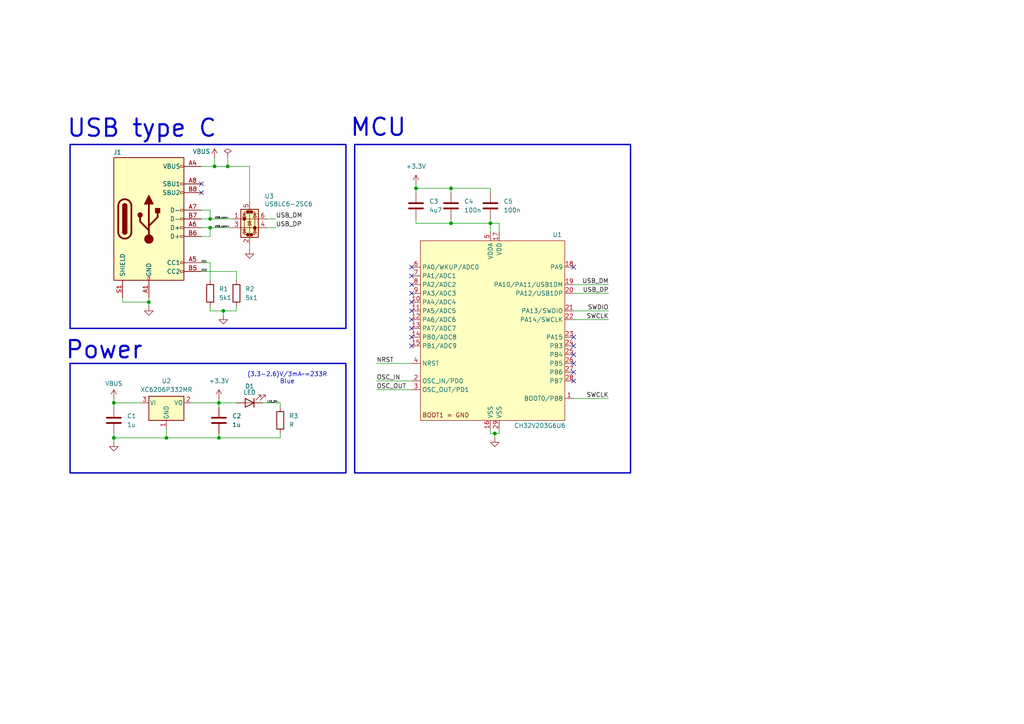
<source format=kicad_sch>
(kicad_sch (version 20231120) (generator "eeschema") (generator_version "8.0")
  (paper "A4")
  (title_block (title "CH32V203 mouse") (date "2024-10-28") (rev "0.1"))
  (lib_symbols
    (symbol "CH32V203:CH32V203G6U6"
      (property "Reference" "U" (at 17.018 26.924 0))
      (property "Value" "CH32V203G6U6" (at -13.716 23.622 0))
      (symbol "CH32V203G6U6_0_0"
        (pin bidirectional line (at 22.86 -20.32 180) (length 2.54) (name "BOOT0/PB8") (number "1"))
        (pin bidirectional line (at -24.13 7.62 0) (length 2.54) (name "PA4/ADC4") (number "10"))
        (pin bidirectional line (at -24.13 5.08 0) (length 2.54) (name "PA5/ADC5") (number "11"))
        (pin bidirectional line (at -24.13 2.54 0) (length 2.54) (name "PA6/ADC6") (number "12"))
        (pin bidirectional line (at -24.13 0 0) (length 2.54) (name "PA7/ADC7") (number "13"))
        (pin bidirectional line (at -24.13 -2.54 0) (length 2.54) (name "PB0/ADC8") (number "14"))
        (pin bidirectional line (at -24.13 -5.08 0) (length 2.54) (name "PB1/ADC9") (number "15"))
        (pin power_in line (at -1.27 -29.21 90) (length 2.54) (name "VSS") (number "16"))
        (pin power_in line (at 1.27 27.94 270) (length 2.54) (name "VDD") (number "17"))
        (pin bidirectional line (at 22.86 17.78 180) (length 2.54) (name "PA9") (number "18"))
        (pin bidirectional line (at 22.86 12.7 180) (length 2.54) (name "PA10/PA11/USB1DM") (number "19"))
        (pin bidirectional line (at -24.13 -15.24 0) (length 2.54) (name "OSC_IN/PD0") (number "2"))
        (pin bidirectional line (at 22.86 10.16 180) (length 2.54) (name "PA12/USB1DP") (number "20"))
        (pin bidirectional line (at 22.86 5.08 180) (length 2.54) (name "PA13/SWDIO") (number "21"))
        (pin bidirectional line (at 22.86 2.54 180) (length 2.54) (name "PA14/SWCLK") (number "22"))
        (pin bidirectional line (at 22.86 -2.54 180) (length 2.54) (name "PA15") (number "23"))
        (pin bidirectional line (at 22.86 -5.08 180) (length 2.54) (name "PB3") (number "24"))
        (pin bidirectional line (at 22.86 -7.62 180) (length 2.54) (name "PB4") (number "25"))
        (pin bidirectional line (at 22.86 -10.16 180) (length 2.54) (name "PB5") (number "26"))
        (pin bidirectional line (at 22.86 -12.7 180) (length 2.54) (name "PB6") (number "27"))
        (pin bidirectional line (at 22.86 -15.24 180) (length 2.54) (name "PB7") (number "28"))
        (pin power_in line (at 1.27 -29.21 90) (length 2.54) (name "VSS") (number "29"))
        (pin bidirectional line (at -24.13 -17.78 0) (length 2.54) (name "OSC_OUT/PD1") (number "3"))
        (pin bidirectional line (at -24.13 -10.16 0) (length 2.54) (name "NRST") (number "4"))
        (pin power_in line (at -1.27 27.94 270) (length 2.54) (name "VDDA") (number "5"))
        (pin bidirectional line (at -24.13 17.78 0) (length 2.54) (name "PA0/WKUP/ADC0") (number "6"))
        (pin bidirectional line (at -24.13 15.24 0) (length 2.54) (name "PA1/ADC1") (number "7"))
        (pin bidirectional line (at -24.13 12.7 0) (length 2.54) (name "PA2/ADC2") (number "8"))
        (pin bidirectional line (at -24.13 10.16 0) (length 2.54) (name "PA3/ADC3") (number "9"))
      )
      (symbol "CH32V203G6U6_1_1"
        (rectangle (start -21.59 25.4) (end 20.32 -26.67) (fill (type background)))
        (text "BOOT1 = GND\n" (at -14.224 -25.146 0) (effects (font (size 1.27 1.27))))
      )
    )
    (symbol "Device:C" (pin_numbers hide) (pin_names (offset 0.254))
      (property "Reference" "C" (at 0.635 2.54 0))
      (property "Value" "C" (at 0.635 -2.54 0))
      (symbol "C_0_1"
        (polyline (pts (xy -2.032 -0.762) (xy 2.032 -0.762)) (stroke (width 0.508)))
        (polyline (pts (xy -2.032 0.762) (xy 2.032 0.762)) (stroke (width 0.508)))
      )
      (symbol "C_1_1"
        (pin passive line (at 0 3.81 270) (length 2.794) (name "~") (number "1"))
        (pin passive line (at 0 -3.81 90) (length 2.794) (name "~") (number "2"))
      )
    )
    (symbol "Device:LED" (pin_numbers hide) (pin_names (offset 1.016) hide)
      (property "Reference" "D" (at 0 2.54 0))
      (property "Value" "LED" (at 0 -2.54 0))
      (symbol "LED_0_1"
        (polyline (pts (xy -1.27 -1.27) (xy -1.27 1.27)) (stroke (width 0.254)))
        (polyline (pts (xy -1.27 0) (xy 1.27 0)))
        (polyline (pts (xy 1.27 -1.27) (xy 1.27 1.27) (xy -1.27 0) (xy 1.27 -1.27)) (stroke (width 0.254)))
        (polyline (pts (xy -3.048 -0.762) (xy -4.572 -2.286) (xy -3.81 -2.286) (xy -4.572 -2.286) (xy -4.572 -1.524)))
        (polyline (pts (xy -1.778 -0.762) (xy -3.302 -2.286) (xy -2.54 -2.286) (xy -3.302 -2.286) (xy -3.302 -1.524)))
      )
      (symbol "LED_1_1"
        (pin passive line (at -3.81 0 0) (length 2.54) (name "K") (number "1"))
        (pin passive line (at 3.81 0 180) (length 2.54) (name "A") (number "2"))
      )
    )
    (symbol "Device:R" (pin_numbers hide) (pin_names (offset 0))
      (property "Reference" "R" (at 2.032 0 90))
      (property "Value" "R" (at 0 0 90))
      (symbol "R_0_1"
        (rectangle (start -1.016 -2.54) (end 1.016 2.54) (stroke (width 0.254)))
      )
      (symbol "R_1_1"
        (pin passive line (at 0 3.81 270) (length 1.27) (name "~") (number "1"))
        (pin passive line (at 0 -3.81 90) (length 1.27) (name "~") (number "2"))
      )
    )
    (symbol "Power_Protection:USBLC6-2SC6" (pin_names hide)
      (property "Reference" "U" (at 0.635 5.715 0))
      (property "Value" "USBLC6-2SC6" (at 0.635 3.81 0))
      (symbol "USBLC6-2SC6_0_0"
        (circle (center -1.524 0) (radius 0.0001) (stroke (width 0.508)))
        (circle (center -0.508 -4.572) (radius 0.0001) (stroke (width 0.508)))
        (circle (center -0.508 2.032) (radius 0.0001) (stroke (width 0.508)))
        (circle (center 0.508 -4.572) (radius 0.0001) (stroke (width 0.508)))
        (circle (center 0.508 2.032) (radius 0.0001) (stroke (width 0.508)))
        (circle (center 1.524 -2.54) (radius 0.0001) (stroke (width 0.508)))
      )
      (symbol "USBLC6-2SC6_0_1"
        (polyline (pts (xy -2.54 -2.54) (xy 2.54 -2.54)))
        (polyline (pts (xy -2.54 0) (xy 2.54 0)))
        (polyline (pts (xy -2.032 -3.048) (xy -1.016 -3.048)))
        (polyline (pts (xy -1.016 1.524) (xy -2.032 1.524)))
        (polyline (pts (xy 1.016 -3.048) (xy 2.032 -3.048)))
        (polyline (pts (xy 1.016 1.524) (xy 2.032 1.524)))
        (polyline (pts (xy -0.508 -1.143) (xy -0.508 -0.762) (xy 0.508 -0.762)))
        (polyline (pts (xy -2.032 0.508) (xy -1.016 0.508) (xy -1.524 1.524) (xy -2.032 0.508)))
        (polyline (pts (xy -1.016 -4.064) (xy -2.032 -4.064) (xy -1.524 -3.048) (xy -1.016 -4.064)))
        (polyline (pts (xy 0.508 -1.778) (xy -0.508 -1.778) (xy 0 -0.762) (xy 0.508 -1.778)))
        (polyline (pts (xy 2.032 -4.064) (xy 1.016 -4.064) (xy 1.524 -3.048) (xy 2.032 -4.064)))
        (polyline (pts (xy 2.032 0.508) (xy 1.016 0.508) (xy 1.524 1.524) (xy 2.032 0.508)))
        (polyline (pts (xy 0 2.54) (xy -0.508 2.032) (xy 0.508 2.032) (xy 0 1.524) (xy 0 -4.064) (xy -0.508 -4.572) (xy 0.508 -4.572) (xy 0 -5.08)))
      )
      (symbol "USBLC6-2SC6_1_1"
        (rectangle (start -2.54 2.794) (end 2.54 -5.334) (stroke (width 0.254)) (fill (type background)))
        (polyline (pts (xy -0.508 2.032) (xy -1.524 2.032) (xy -1.524 -4.572) (xy -0.508 -4.572)))
        (polyline (pts (xy 0.508 -4.572) (xy 1.524 -4.572) (xy 1.524 2.032) (xy 0.508 2.032)))
        (pin passive line (at -5.08 0 0) (length 2.54) (name "I/O1") (number "1"))
        (pin passive line (at 0 -7.62 90) (length 2.54) (name "GND") (number "2"))
        (pin passive line (at -5.08 -2.54 0) (length 2.54) (name "I/O2") (number "3"))
        (pin passive line (at 5.08 -2.54 180) (length 2.54) (name "I/O2") (number "4"))
        (pin passive line (at 0 5.08 270) (length 2.54) (name "VBUS") (number "5"))
        (pin passive line (at 5.08 0 180) (length 2.54) (name "I/O1") (number "6"))
      )
    )
    (symbol "Regulator_Linear:XC6206PxxxMR" (pin_names (offset 0.254))
      (property "Reference" "U" (at -3.81 3.175 0))
      (property "Value" "XC6206PxxxMR" (at 0 3.175 0))
      (symbol "XC6206PxxxMR_0_1"
        (rectangle (start -5.08 1.905) (end 5.08 -5.08) (stroke (width 0.254)) (fill (type background)))
      )
      (symbol "XC6206PxxxMR_1_1"
        (pin power_in line (at 0 -7.62 90) (length 2.54) (name "GND") (number "1"))
        (pin power_out line (at 7.62 0 180) (length 2.54) (name "VO") (number "2"))
        (pin power_in line (at -7.62 0 0) (length 2.54) (name "VI") (number "3"))
      )
    )
    (symbol "USB_C:USB_C_Receptacle_USB2.0_16P_updated" (pin_names (offset 1.016))
      (property "Reference" "J" (at 0 22.225 0))
      (property "Value" "USB_C_Receptacle_USB2.0_16P_updated" (at 0 19.685 0))
      (symbol "USB_C_Receptacle_USB2.0_16P_updated_0_0"
        (rectangle (start -0.254 -17.78) (end 0.254 -16.764))
        (rectangle (start 10.16 -14.986) (end 9.144 -15.494))
        (rectangle (start 10.16 -12.446) (end 9.144 -12.954))
        (rectangle (start 10.16 -4.826) (end 9.144 -5.334))
        (rectangle (start 10.16 -2.286) (end 9.144 -2.794))
        (rectangle (start 10.16 0.254) (end 9.144 -0.254))
        (rectangle (start 10.16 2.794) (end 9.144 2.286))
        (rectangle (start 10.16 7.874) (end 9.144 7.366))
        (rectangle (start 10.16 10.414) (end 9.144 9.906))
        (rectangle (start 10.16 15.494) (end 9.144 14.986))
      )
      (symbol "USB_C_Receptacle_USB2.0_16P_updated_0_1"
        (rectangle (start -10.16 17.78) (end 10.16 -17.78) (stroke (width 0.254)) (fill (type background)))
        (arc (start -8.89 -3.81) (mid -6.985 -5.7067) (end -5.08 -3.81) (stroke (width 0.508)))
        (arc (start -7.62 -3.81) (mid -6.985 -4.4423) (end -6.35 -3.81) (stroke (width 0.254)))
        (arc (start -7.62 -3.81) (mid -6.985 -4.4423) (end -6.35 -3.81) (stroke (width 0.254)) (fill (type outline)))
        (rectangle (start -7.62 -3.81) (end -6.35 3.81) (stroke (width 0.254)) (fill (type outline)))
        (arc (start -6.35 3.81) (mid -6.985 4.4423) (end -7.62 3.81) (stroke (width 0.254)))
        (arc (start -6.35 3.81) (mid -6.985 4.4423) (end -7.62 3.81) (stroke (width 0.254)) (fill (type outline)))
        (arc (start -5.08 3.81) (mid -6.985 5.7067) (end -8.89 3.81) (stroke (width 0.508)))
        (circle (center -2.54 1.143) (radius 0.635) (stroke (width 0.254)) (fill (type outline)))
        (circle (center 0 -5.842) (radius 1.27) (fill (type outline)))
        (polyline (pts (xy -8.89 -3.81) (xy -8.89 3.81)) (stroke (width 0.508)))
        (polyline (pts (xy -5.08 3.81) (xy -5.08 -3.81)) (stroke (width 0.508)))
        (polyline (pts (xy 0 -5.842) (xy 0 4.318)) (stroke (width 0.508)))
        (polyline (pts (xy 0 -3.302) (xy -2.54 -0.762) (xy -2.54 0.508)) (stroke (width 0.508)))
        (polyline (pts (xy 0 -2.032) (xy 2.54 0.508) (xy 2.54 1.778)) (stroke (width 0.508)))
        (polyline (pts (xy -1.27 4.318) (xy 0 6.858) (xy 1.27 4.318) (xy -1.27 4.318)) (stroke (width 0.254)) (fill (type outline)))
        (rectangle (start 1.905 1.778) (end 3.175 3.048) (stroke (width 0.254)) (fill (type outline)))
      )
      (symbol "USB_C_Receptacle_USB2.0_16P_updated_1_1"
        (pin passive line (at 0 -22.86 90) (length 5.08) (name "GND") (number "A1"))
        (pin passive line (at 0 -22.86 90) (length 5.08) hide (name "GND") (number "A12"))
        (pin passive line (at 15.24 15.24 180) (length 5.08) (name "VBUS") (number "A4"))
        (pin bidirectional line (at 15.24 -12.7 180) (length 5.08) (name "CC1") (number "A5"))
        (pin bidirectional line (at 15.24 -2.54 180) (length 5.08) (name "D+") (number "A6"))
        (pin bidirectional line (at 15.24 2.54 180) (length 5.08) (name "D-") (number "A7"))
        (pin bidirectional line (at 15.24 10.16 180) (length 5.08) (name "SBU1") (number "A8"))
        (pin passive line (at 15.24 15.24 180) (length 5.08) hide (name "VBUS") (number "A9"))
        (pin passive line (at 0 -22.86 90) (length 5.08) hide (name "GND") (number "B1"))
        (pin passive line (at 0 -22.86 90) (length 5.08) hide (name "GND") (number "B12"))
        (pin passive line (at 15.24 15.24 180) (length 5.08) hide (name "VBUS") (number "B4"))
        (pin bidirectional line (at 15.24 -15.24 180) (length 5.08) (name "CC2") (number "B5"))
        (pin bidirectional line (at 15.24 -5.08 180) (length 5.08) (name "D+") (number "B6"))
        (pin bidirectional line (at 15.24 0 180) (length 5.08) (name "D-") (number "B7"))
        (pin bidirectional line (at 15.24 7.62 180) (length 5.08) (name "SBU2") (number "B8"))
        (pin passive line (at 15.24 15.24 180) (length 5.08) hide (name "VBUS") (number "B9"))
        (pin passive line (at -7.62 -22.86 90) (length 5.08) (name "SHIELD") (number "S1"))
      )
    )
    (symbol "power:+3.3V" (power) (pin_numbers hide) (pin_names (offset 0) hide)
      (property "Value" "+3.3V" (at 0 3.556 0))
      (symbol "+3.3V_0_1"
        (polyline (pts (xy -0.762 1.27) (xy 0 2.54)))
        (polyline (pts (xy 0 0) (xy 0 2.54)))
        (polyline (pts (xy 0 2.54) (xy 0.762 1.27)))
      )
      (symbol "+3.3V_1_1"
        (pin power_in line (at 0 0 90) (length 0) (name "~") (number "1"))
      )
    )
    (symbol "power:GND" (power) (pin_numbers hide) (pin_names (offset 0) hide)
      (property "Value" "GND" (at 0 -3.81 0))
      (symbol "GND_0_1"
        (polyline (pts (xy 0 0) (xy 0 -1.27) (xy 1.27 -1.27) (xy 0 -2.54) (xy -1.27 -1.27) (xy 0 -1.27)))
      )
      (symbol "GND_1_1"
        (pin power_in line (at 0 0 270) (length 0) (name "~") (number "1"))
      )
    )
    (symbol "power:PWR_FLAG" (power) (pin_numbers hide) (pin_names (offset 0) hide)
      (property "Value" "PWR_FLAG" (at 0 3.81 0))
      (symbol "PWR_FLAG_0_0"
        (pin power_out line (at 0 0 90) (length 0) (name "~") (number "1"))
      )
      (symbol "PWR_FLAG_0_1"
        (polyline (pts (xy 0 0) (xy 0 1.27) (xy -1.016 1.905) (xy 0 2.54) (xy 1.016 1.905) (xy 0 1.27)))
      )
    )
    (symbol "power:VBUS" (power) (pin_numbers hide) (pin_names (offset 0) hide)
      (property "Value" "VBUS" (at 0 3.556 0))
      (symbol "VBUS_0_1"
        (polyline (pts (xy -0.762 1.27) (xy 0 2.54)))
        (polyline (pts (xy 0 0) (xy 0 2.54)))
        (polyline (pts (xy 0 2.54) (xy 0.762 1.27)))
      )
      (symbol "VBUS_1_1"
        (pin power_in line (at 0 0 90) (length 0) (name "~") (number "1"))
      )
    )
  )
  (junction (at 63.5 116.84))
  (junction (at 64.77 90.17))
  (junction (at 120.65 54.61))
  (junction (at 33.02 116.84))
  (junction (at 66.04 48.26))
  (junction (at 63.5 127))
  (junction (at 130.81 64.77))
  (junction (at 143.51 125.73))
  (junction (at 48.26 127))
  (junction (at 43.18 87.63))
  (junction (at 62.23 48.26))
  (junction (at 142.24 64.77))
  (junction (at 60.96 66.04))
  (junction (at 60.96 63.5))
  (junction (at 33.02 127))
  (junction (at 130.81 54.61))
  (no_connect (at 119.38 100.33))
  (no_connect (at 166.37 107.95))
  (no_connect (at 119.38 97.79))
  (no_connect (at 119.38 80.01))
  (no_connect (at 119.38 90.17))
  (no_connect (at 119.38 85.09))
  (no_connect (at 119.38 95.25))
  (no_connect (at 58.42 53.34))
  (no_connect (at 166.37 102.87))
  (no_connect (at 58.42 55.88))
  (no_connect (at 166.37 97.79))
  (no_connect (at 166.37 100.33))
  (no_connect (at 119.38 87.63))
  (no_connect (at 119.38 92.71))
  (no_connect (at 119.38 77.47))
  (no_connect (at 119.38 82.55))
  (no_connect (at 166.37 110.49))
  (no_connect (at 166.37 77.47))
  (no_connect (at 166.37 105.41))
  (wire (pts (xy 48.26 127) (xy 48.26 124.46)))
  (wire (pts (xy 120.65 64.77) (xy 130.81 64.77)))
  (wire (pts (xy 109.22 110.49) (xy 119.38 110.49)))
  (wire (pts (xy 68.58 78.74) (xy 68.58 81.28)))
  (wire (pts (xy 120.65 54.61) (xy 130.81 54.61)))
  (wire (pts (xy 58.42 76.2) (xy 60.96 76.2)))
  (wire (pts (xy 63.5 116.84) (xy 68.58 116.84)))
  (wire (pts (xy 142.24 63.5) (xy 142.24 64.77)))
  (wire (pts (xy 143.51 125.73) (xy 144.78 125.73)))
  (wire (pts (xy 60.96 90.17) (xy 64.77 90.17)))
  (wire (pts (xy 144.78 64.77) (xy 142.24 64.77)))
  (wire (pts (xy 144.78 125.73) (xy 144.78 124.46)))
  (wire (pts (xy 58.42 66.04) (xy 60.96 66.04)))
  (wire (pts (xy 143.51 125.73) (xy 143.51 127)))
  (wire (pts (xy 120.65 64.77) (xy 120.65 63.5)))
  (wire (pts (xy 64.77 90.17) (xy 68.58 90.17)))
  (wire (pts (xy 166.37 82.55) (xy 176.53 82.55)))
  (wire (pts (xy 60.96 66.04) (xy 67.31 66.04)))
  (wire (pts (xy 33.02 127) (xy 33.02 128.27)))
  (wire (pts (xy 58.42 68.58) (xy 60.96 68.58)))
  (wire (pts (xy 120.65 54.61) (xy 120.65 55.88)))
  (wire (pts (xy 58.42 78.74) (xy 68.58 78.74)))
  (wire (pts (xy 81.28 125.73) (xy 81.28 127)))
  (wire (pts (xy 35.56 87.63) (xy 43.18 87.63)))
  (wire (pts (xy 33.02 125.73) (xy 33.02 127)))
  (wire (pts (xy 81.28 116.84) (xy 81.28 118.11)))
  (wire (pts (xy 60.96 63.5) (xy 60.96 60.96)))
  (wire (pts (xy 72.39 48.26) (xy 72.39 58.42)))
  (wire (pts (xy 76.2 116.84) (xy 81.28 116.84)))
  (wire (pts (xy 60.96 88.9) (xy 60.96 90.17)))
  (wire (pts (xy 144.78 67.31) (xy 144.78 64.77)))
  (wire (pts (xy 130.81 54.61) (xy 130.81 55.88)))
  (wire (pts (xy 43.18 87.63) (xy 43.18 88.9)))
  (wire (pts (xy 72.39 71.12) (xy 72.39 72.39)))
  (wire (pts (xy 58.42 60.96) (xy 60.96 60.96)))
  (wire (pts (xy 166.37 90.17) (xy 176.53 90.17)))
  (wire (pts (xy 130.81 63.5) (xy 130.81 64.77)))
  (wire (pts (xy 68.58 90.17) (xy 68.58 88.9)))
  (wire (pts (xy 33.02 127) (xy 48.26 127)))
  (wire (pts (xy 43.18 86.36) (xy 43.18 87.63)))
  (wire (pts (xy 66.04 45.72) (xy 66.04 48.26)))
  (wire (pts (xy 55.88 116.84) (xy 63.5 116.84)))
  (wire (pts (xy 66.04 48.26) (xy 62.23 48.26)))
  (wire (pts (xy 81.28 127) (xy 63.5 127)))
  (wire (pts (xy 58.42 63.5) (xy 60.96 63.5)))
  (wire (pts (xy 60.96 63.5) (xy 67.31 63.5)))
  (wire (pts (xy 130.81 54.61) (xy 142.24 54.61)))
  (wire (pts (xy 62.23 45.72) (xy 62.23 48.26)))
  (wire (pts (xy 35.56 86.36) (xy 35.56 87.63)))
  (wire (pts (xy 60.96 76.2) (xy 60.96 81.28)))
  (wire (pts (xy 33.02 115.57) (xy 33.02 116.84)))
  (wire (pts (xy 63.5 115.57) (xy 63.5 116.84)))
  (wire (pts (xy 166.37 92.71) (xy 176.53 92.71)))
  (wire (pts (xy 166.37 85.09) (xy 176.53 85.09)))
  (wire (pts (xy 63.5 127) (xy 63.5 125.73)))
  (wire (pts (xy 58.42 48.26) (xy 62.23 48.26)))
  (wire (pts (xy 109.22 105.41) (xy 119.38 105.41)))
  (wire (pts (xy 142.24 125.73) (xy 143.51 125.73)))
  (wire (pts (xy 77.47 63.5) (xy 80.01 63.5)))
  (wire (pts (xy 120.65 53.34) (xy 120.65 54.61)))
  (wire (pts (xy 130.81 64.77) (xy 142.24 64.77)))
  (wire (pts (xy 142.24 55.88) (xy 142.24 54.61)))
  (wire (pts (xy 64.77 90.17) (xy 64.77 91.44)))
  (wire (pts (xy 60.96 68.58) (xy 60.96 66.04)))
  (wire (pts (xy 48.26 127) (xy 63.5 127)))
  (wire (pts (xy 63.5 116.84) (xy 63.5 118.11)))
  (wire (pts (xy 72.39 48.26) (xy 66.04 48.26)))
  (wire (pts (xy 109.22 113.03) (xy 119.38 113.03)))
  (wire (pts (xy 33.02 116.84) (xy 33.02 118.11)))
  (wire (pts (xy 142.24 124.46) (xy 142.24 125.73)))
  (wire (pts (xy 166.37 115.57) (xy 176.53 115.57)))
  (wire (pts (xy 142.24 64.77) (xy 142.24 67.31)))
  (wire (pts (xy 77.47 66.04) (xy 80.01 66.04)))
  (wire (pts (xy 33.02 116.84) (xy 40.64 116.84)))
  (rectangle (start 102.87 41.91) (end 182.88 137.16) (stroke (width 0.4)))
  (rectangle (start 20.32 105.41) (end 100.33 137.16) (stroke (width 0.4)))
  (rectangle (start 20.32 41.91) (end 100.33 95.25) (stroke (width 0.4)))
  (text "USB type C" (at 41.148 37.338 0) (effects (font (size 5 5) (thickness 0.625))))
  (text "(3.3-2.6)V/3mA~=233R\nBlue\n" (at 83.312 109.728 0) (effects (font (size 1.27 1.27))))
  (text "MCU" (at 109.728 37.084 0) (effects (font (size 5 5) (thickness 0.625))))
  (text "Power" (at 30.226 101.6 0) (effects (font (size 5 5) (thickness 0.625))))
  (label "USB_DM" (at 80.01 63.5 0))
  (label "NRST" (at 109.22 105.41 0))
  (label "USB_DM" (at 176.53 82.55 180))
  (label "LED_ON-" (at 77.47 116.84 0) (effects (font (size 0.5 0.5))))
  (label "SWCLK" (at 176.53 115.57 180))
  (label "CC2" (at 58.42 78.74 0) (effects (font (size 0.5 0.5))))
  (label "OSC_OUT" (at 109.22 113.03 0))
  (label "USB_DP" (at 176.53 85.09 180))
  (label "USB_conn+" (at 62.23 66.04 0) (effects (font (size 0.5 0.5))))
  (label "USB_conn-" (at 62.23 63.5 0) (effects (font (size 0.5 0.5))))
  (label "SWCLK" (at 176.53 92.71 180))
  (label "USB_DP" (at 80.01 66.04 0))
  (label "CC1" (at 58.42 76.2 0) (effects (font (size 0.5 0.5))))
  (label "SWDIO" (at 176.53 90.17 180))
  (label "OSC_IN" (at 109.22 110.49 0))
  (symbol (lib_id "power:GND") (at 33.02 128.27 0) (unit 1)
    (property "Reference" "#PWR02" (effects (hide yes)))
    (property "Value" "GND" (effects (hide yes)))
    (property "Description" "Power symbol creates a global label with name \"GND\" , ground" (effects (hide yes)))
  )
  (symbol (lib_id "Device:C") (at 130.81 59.69 0) (unit 1)
    (property "Reference" "C4" (at 134.62 58.4199 0) (effects (justify left)))
    (property "Value" "100n" (at 134.62 60.9599 0) (effects (justify left)))
    (property "Description" "Unpolarized capacitor" (effects (hide yes)))
  )
  (symbol (lib_id "Device:LED") (at 72.39 116.84 180) (unit 1)
    (property "Reference" "D1" (at 72.39 112.014 0))
    (property "Value" "LED" (at 72.39 113.792 0))
    (property "Description" "Light emitting diode" (effects (hide yes)))
  )
  (symbol (lib_id "power:+3.3V") (at 120.65 53.34 0) (unit 1)
    (property "Reference" "#PWR09" (effects (hide yes)))
    (property "Value" "+3.3V" (at 120.65 48.26 0))
    (property "Description" "Power symbol creates a global label with name \"+3.3V\"" (effects (hide yes)))
  )
  (symbol (lib_id "Device:C") (at 63.5 121.92 0) (unit 1)
    (property "Reference" "C2" (at 67.31 120.6499 0) (effects (justify left)))
    (property "Value" "1u" (at 67.31 123.1899 0) (effects (justify left)))
    (property "Description" "Unpolarized capacitor" (effects (hide yes)))
  )
  (symbol (lib_id "Power_Protection:USBLC6-2SC6") (at 72.39 63.5 0) (unit 1)
    (property "Reference" "U3" (at 76.708 56.896 0) (effects (justify left)))
    (property "Value" "USBLC6-2SC6" (at 76.708 59.182 0) (effects (justify left)))
    (property "Footprint" "Package_TO_SOT_SMD:SOT-23-6" (effects (hide yes)))
    (property "Datasheet" "https://www.st.com/resource/en/datasheet/usblc6-2.pdf" (effects (hide yes)))
    (property "Description" "Very low capacitance ESD protection diode, 2 data-line, SOT-23-6" (effects (hide yes)))
  )
  (symbol (lib_id "Device:R") (at 60.96 85.09 0) (unit 1)
    (property "Reference" "R1" (at 63.5 83.8199 0) (effects (justify left)))
    (property "Value" "5k1" (at 63.5 86.3599 0) (effects (justify left)))
    (property "Description" "Resistor" (effects (hide yes)))
  )
  (symbol (lib_id "Device:C") (at 33.02 121.92 0) (unit 1)
    (property "Reference" "C1" (at 36.83 120.6499 0) (effects (justify left)))
    (property "Value" "1u" (at 36.83 123.1899 0) (effects (justify left)))
    (property "Description" "Unpolarized capacitor" (effects (hide yes)))
  )
  (symbol (lib_id "power:VBUS") (at 62.23 45.72 0) (unit 1)
    (property "Reference" "#PWR05" (effects (hide yes)))
    (property "Value" "VBUS" (at 58.42 43.942 0))
    (property "Description" "Power symbol creates a global label with name \"VBUS\"" (effects (hide yes)))
  )
  (symbol (lib_id "Regulator_Linear:XC6206PxxxMR") (at 48.26 116.84 0) (unit 1)
    (property "Reference" "U2" (at 48.26 110.49 0))
    (property "Value" "XC6206P332MR" (at 48.26 113.03 0))
    (property "Footprint" "Package_TO_SOT_SMD:SOT-23-3" (effects (hide yes)))
    (property "Datasheet" "https://www.torexsemi.com/file/xc6206/XC6206.pdf" (effects (hide yes)))
    (property "Description" "Positive 60-250mA Low Dropout Regulator, Fixed Output, SOT-23" (effects (hide yes)))
  )
  (symbol (lib_id "Device:R") (at 68.58 85.09 0) (unit 1)
    (property "Reference" "R2" (at 71.12 83.8199 0) (effects (justify left)))
    (property "Value" "5k1" (at 71.12 86.3599 0) (effects (justify left)))
    (property "Description" "Resistor" (effects (hide yes)))
  )
  (symbol (lib_id "power:PWR_FLAG") (at 66.04 45.72 0) (unit 1)
    (property "Reference" "#FLG01" (effects (hide yes)))
    (property "Value" "PWR_FLAG" (effects (hide yes)))
    (property "Description" "Special symbol for telling ERC where power comes from" (effects (hide yes)))
  )
  (symbol (lib_id "power:GND") (at 64.77 91.44 0) (unit 1)
    (property "Reference" "#PWR07" (effects (hide yes)))
    (property "Value" "GND" (effects (hide yes)))
    (property "Description" "Power symbol creates a global label with name \"GND\" , ground" (effects (hide yes)))
  )
  (symbol (lib_id "power:GND") (at 143.51 127 0) (unit 1)
    (property "Reference" "#PWR01" (effects (hide yes)))
    (property "Value" "GND" (effects (hide yes)))
    (property "Description" "Power symbol creates a global label with name \"GND\" , ground" (effects (hide yes)))
  )
  (symbol (lib_id "Device:C") (at 120.65 59.69 0) (unit 1)
    (property "Reference" "C3" (at 124.46 58.4199 0) (effects (justify left)))
    (property "Value" "4u7" (at 124.46 60.9599 0) (effects (justify left)))
    (property "Description" "Unpolarized capacitor" (effects (hide yes)))
  )
  (symbol (lib_id "Device:R") (at 81.28 121.92 0) (unit 1)
    (property "Reference" "R3" (at 83.82 120.6499 0) (effects (justify left)))
    (property "Value" "R" (at 83.82 123.1899 0) (effects (justify left)))
    (property "Description" "Resistor" (effects (hide yes)))
  )
  (symbol (lib_id "power:GND") (at 72.39 72.39 0) (unit 1)
    (property "Reference" "#PWR08" (effects (hide yes)))
    (property "Value" "GND" (effects (hide yes)))
    (property "Description" "Power symbol creates a global label with name \"GND\" , ground" (effects (hide yes)))
  )
  (symbol (lib_id "power:VBUS") (at 33.02 115.57 0) (unit 1)
    (property "Reference" "#PWR03" (effects (hide yes)))
    (property "Value" "VBUS" (at 33.02 111.252 0))
    (property "Description" "Power symbol creates a global label with name \"VBUS\"" (effects (hide yes)))
  )
  (symbol (lib_id "power:+3.3V") (at 63.5 115.57 0) (unit 1)
    (property "Reference" "#PWR04" (effects (hide yes)))
    (property "Value" "+3.3V" (at 63.5 110.49 0))
    (property "Description" "Power symbol creates a global label with name \"+3.3V\"" (effects (hide yes)))
  )
  (symbol (lib_id "Device:C") (at 142.24 59.69 0) (unit 1)
    (property "Reference" "C5" (at 146.05 58.4199 0) (effects (justify left)))
    (property "Value" "100n" (at 146.05 60.9599 0) (effects (justify left)))
    (property "Description" "Unpolarized capacitor" (effects (hide yes)))
  )
  (symbol (lib_id "USB_C:USB_C_Receptacle_USB2.0_16P_updated") (at 43.18 63.5 0) (unit 1)
    (property "Reference" "J1" (at 34.036 44.196 0))
    (property "Value" "USB_C_Receptacle_USB2.0_16P_updated" (effects (hide yes)))
    (property "Datasheet" "https://www.usb.org/sites/default/files/documents/usb_type-c.zip" (effects (hide yes)))
    (property "Description" "USB 2.0-only 16P Type-C Receptacle connector" (effects (hide yes)))
  )
  (symbol (lib_id "CH32V203:CH32V203G6U6") (at 143.51 95.25 0) (unit 1)
    (property "Reference" "U1" (at 160.274 68.072 0) (effects (justify left)))
    (property "Value" "CH32V203G6U6" (at 149.098 123.444 0) (effects (justify left)))
    (property "Footprint" "Package_DFN_QFN:QFN-28-1EP_4x4mm_P0.4mm_EP2.8x2.8mm" (effects (hide yes)))
    (property "Datasheet" "https://www.wch-ic.com/downloads/CH32V203DS0_PDF.html" (effects (hide yes)))
  )
  (symbol (lib_id "power:GND") (at 43.18 88.9 0) (unit 1)
    (property "Reference" "#PWR06" (effects (hide yes)))
    (property "Value" "GND" (effects (hide yes)))
    (property "Description" "Power symbol creates a global label with name \"GND\" , ground" (effects (hide yes)))
  )
)
</source>
